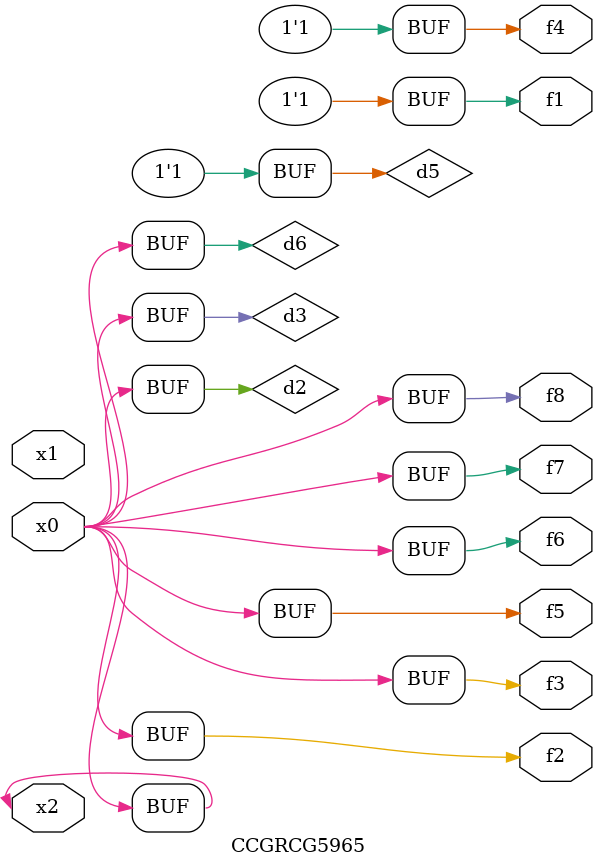
<source format=v>
module CCGRCG5965(
	input x0, x1, x2,
	output f1, f2, f3, f4, f5, f6, f7, f8
);

	wire d1, d2, d3, d4, d5, d6;

	xnor (d1, x2);
	buf (d2, x0, x2);
	and (d3, x0);
	xnor (d4, x1, x2);
	nand (d5, d1, d3);
	buf (d6, d2, d3);
	assign f1 = d5;
	assign f2 = d6;
	assign f3 = d6;
	assign f4 = d5;
	assign f5 = d6;
	assign f6 = d6;
	assign f7 = d6;
	assign f8 = d6;
endmodule

</source>
